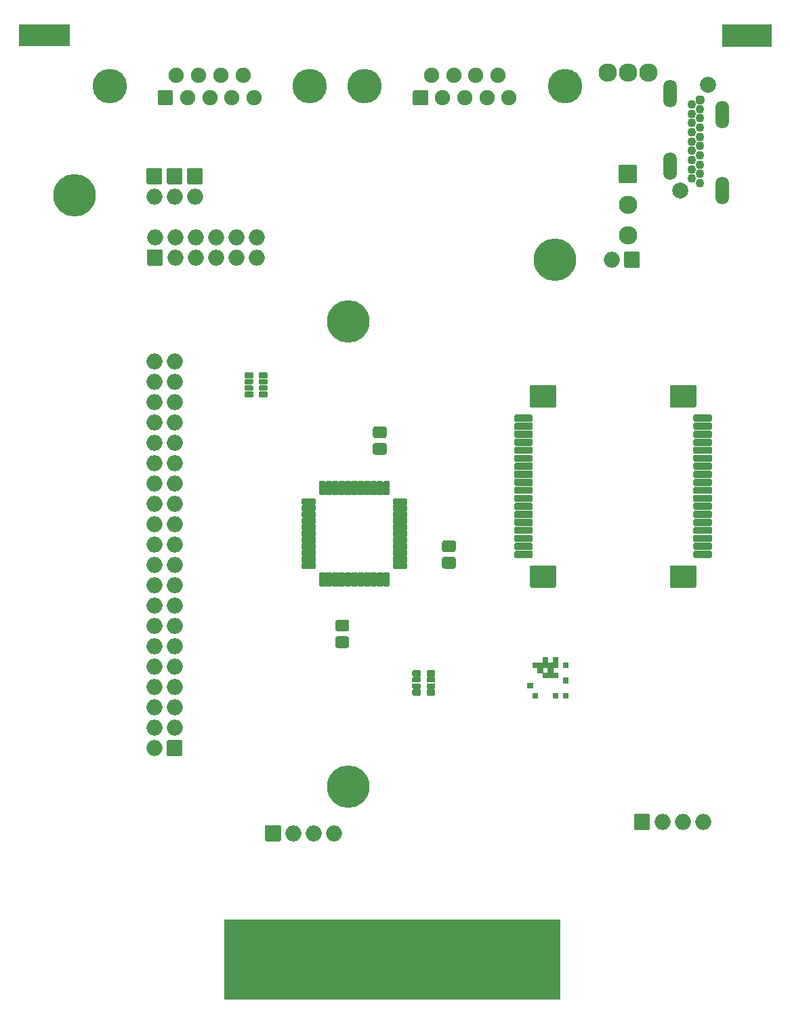
<source format=gbr>
%TF.GenerationSoftware,KiCad,Pcbnew,(5.1.12)-1*%
%TF.CreationDate,2022-03-08T20:35:16+00:00*%
%TF.ProjectId,RGBtoHDMI CDTV v2,52474274-6f48-4444-9d49-204344545620,1*%
%TF.SameCoordinates,Original*%
%TF.FileFunction,Soldermask,Top*%
%TF.FilePolarity,Negative*%
%FSLAX46Y46*%
G04 Gerber Fmt 4.6, Leading zero omitted, Abs format (unit mm)*
G04 Created by KiCad (PCBNEW (5.1.12)-1) date 2022-03-08 20:35:16*
%MOMM*%
%LPD*%
G01*
G04 APERTURE LIST*
%ADD10C,0.100000*%
%ADD11O,2.000000X2.000000*%
%ADD12C,2.300000*%
%ADD13C,1.900000*%
%ADD14C,4.300000*%
%ADD15O,1.700000X3.500000*%
%ADD16C,1.100000*%
%ADD17C,2.000000*%
%ADD18C,5.300000*%
G04 APERTURE END LIST*
D10*
G36*
X116713000Y-159258000D02*
G01*
X74803000Y-159258000D01*
X74803000Y-149352000D01*
X116713000Y-149352000D01*
X116713000Y-159258000D01*
G37*
X116713000Y-159258000D02*
X74803000Y-159258000D01*
X74803000Y-149352000D01*
X116713000Y-149352000D01*
X116713000Y-159258000D01*
G36*
X143129000Y-40259000D02*
G01*
X137033000Y-40259000D01*
X137033000Y-37592000D01*
X143129000Y-37592000D01*
X143129000Y-40259000D01*
G37*
X143129000Y-40259000D02*
X137033000Y-40259000D01*
X137033000Y-37592000D01*
X143129000Y-37592000D01*
X143129000Y-40259000D01*
G36*
X55372000Y-40233600D02*
G01*
X49174400Y-40233600D01*
X49174400Y-37566600D01*
X55372000Y-37566600D01*
X55372000Y-40233600D01*
G37*
X55372000Y-40233600D02*
X49174400Y-40233600D01*
X49174400Y-37566600D01*
X55372000Y-37566600D01*
X55372000Y-40233600D01*
%TO.C,solarmon1*%
G36*
X115824000Y-118491000D02*
G01*
X115189000Y-118491000D01*
X115189000Y-117856000D01*
X115824000Y-117856000D01*
X115824000Y-118491000D01*
G37*
X115824000Y-118491000D02*
X115189000Y-118491000D01*
X115189000Y-117856000D01*
X115824000Y-117856000D01*
X115824000Y-118491000D01*
G36*
X115824000Y-119126000D02*
G01*
X115189000Y-119126000D01*
X115189000Y-118491000D01*
X115824000Y-118491000D01*
X115824000Y-119126000D01*
G37*
X115824000Y-119126000D02*
X115189000Y-119126000D01*
X115189000Y-118491000D01*
X115824000Y-118491000D01*
X115824000Y-119126000D01*
G36*
X116459000Y-119126000D02*
G01*
X115824000Y-119126000D01*
X115824000Y-118491000D01*
X116459000Y-118491000D01*
X116459000Y-119126000D01*
G37*
X116459000Y-119126000D02*
X115824000Y-119126000D01*
X115824000Y-118491000D01*
X116459000Y-118491000D01*
X116459000Y-119126000D01*
G36*
X115189000Y-119126000D02*
G01*
X114554000Y-119126000D01*
X114554000Y-118491000D01*
X115189000Y-118491000D01*
X115189000Y-119126000D01*
G37*
X115189000Y-119126000D02*
X114554000Y-119126000D01*
X114554000Y-118491000D01*
X115189000Y-118491000D01*
X115189000Y-119126000D01*
G36*
X114554000Y-118491000D02*
G01*
X113919000Y-118491000D01*
X113919000Y-117856000D01*
X114554000Y-117856000D01*
X114554000Y-118491000D01*
G37*
X114554000Y-118491000D02*
X113919000Y-118491000D01*
X113919000Y-117856000D01*
X114554000Y-117856000D01*
X114554000Y-118491000D01*
G36*
X117729000Y-117856000D02*
G01*
X117094000Y-117856000D01*
X117094000Y-117221000D01*
X117729000Y-117221000D01*
X117729000Y-117856000D01*
G37*
X117729000Y-117856000D02*
X117094000Y-117856000D01*
X117094000Y-117221000D01*
X117729000Y-117221000D01*
X117729000Y-117856000D01*
G36*
X117729000Y-121666000D02*
G01*
X117094000Y-121666000D01*
X117094000Y-121031000D01*
X117729000Y-121031000D01*
X117729000Y-121666000D01*
G37*
X117729000Y-121666000D02*
X117094000Y-121666000D01*
X117094000Y-121031000D01*
X117729000Y-121031000D01*
X117729000Y-121666000D01*
G36*
X116459000Y-117221000D02*
G01*
X115824000Y-117221000D01*
X115824000Y-116586000D01*
X116459000Y-116586000D01*
X116459000Y-117221000D01*
G37*
X116459000Y-117221000D02*
X115824000Y-117221000D01*
X115824000Y-116586000D01*
X116459000Y-116586000D01*
X116459000Y-117221000D01*
G36*
X116459000Y-117856000D02*
G01*
X115824000Y-117856000D01*
X115824000Y-117221000D01*
X116459000Y-117221000D01*
X116459000Y-117856000D01*
G37*
X116459000Y-117856000D02*
X115824000Y-117856000D01*
X115824000Y-117221000D01*
X116459000Y-117221000D01*
X116459000Y-117856000D01*
G36*
X115824000Y-117856000D02*
G01*
X115189000Y-117856000D01*
X115189000Y-117221000D01*
X115824000Y-117221000D01*
X115824000Y-117856000D01*
G37*
X115824000Y-117856000D02*
X115189000Y-117856000D01*
X115189000Y-117221000D01*
X115824000Y-117221000D01*
X115824000Y-117856000D01*
G36*
X115189000Y-117856000D02*
G01*
X114554000Y-117856000D01*
X114554000Y-117221000D01*
X115189000Y-117221000D01*
X115189000Y-117856000D01*
G37*
X115189000Y-117856000D02*
X114554000Y-117856000D01*
X114554000Y-117221000D01*
X115189000Y-117221000D01*
X115189000Y-117856000D01*
G36*
X115189000Y-117221000D02*
G01*
X114554000Y-117221000D01*
X114554000Y-116586000D01*
X115189000Y-116586000D01*
X115189000Y-117221000D01*
G37*
X115189000Y-117221000D02*
X114554000Y-117221000D01*
X114554000Y-116586000D01*
X115189000Y-116586000D01*
X115189000Y-117221000D01*
G36*
X114554000Y-117856000D02*
G01*
X113919000Y-117856000D01*
X113919000Y-117221000D01*
X114554000Y-117221000D01*
X114554000Y-117856000D01*
G37*
X114554000Y-117856000D02*
X113919000Y-117856000D01*
X113919000Y-117221000D01*
X114554000Y-117221000D01*
X114554000Y-117856000D01*
G36*
X113919000Y-117856000D02*
G01*
X113284000Y-117856000D01*
X113284000Y-117221000D01*
X113919000Y-117221000D01*
X113919000Y-117856000D01*
G37*
X113919000Y-117856000D02*
X113284000Y-117856000D01*
X113284000Y-117221000D01*
X113919000Y-117221000D01*
X113919000Y-117856000D01*
G36*
X113284000Y-120396000D02*
G01*
X112649000Y-120396000D01*
X112649000Y-119761000D01*
X113284000Y-119761000D01*
X113284000Y-120396000D01*
G37*
X113284000Y-120396000D02*
X112649000Y-120396000D01*
X112649000Y-119761000D01*
X113284000Y-119761000D01*
X113284000Y-120396000D01*
G36*
X113919000Y-121666000D02*
G01*
X113284000Y-121666000D01*
X113284000Y-121031000D01*
X113919000Y-121031000D01*
X113919000Y-121666000D01*
G37*
X113919000Y-121666000D02*
X113284000Y-121666000D01*
X113284000Y-121031000D01*
X113919000Y-121031000D01*
X113919000Y-121666000D01*
G36*
X116459000Y-121666000D02*
G01*
X115824000Y-121666000D01*
X115824000Y-121031000D01*
X116459000Y-121031000D01*
X116459000Y-121666000D01*
G37*
X116459000Y-121666000D02*
X115824000Y-121666000D01*
X115824000Y-121031000D01*
X116459000Y-121031000D01*
X116459000Y-121666000D01*
G36*
X117729000Y-119761000D02*
G01*
X117094000Y-119761000D01*
X117094000Y-119126000D01*
X117729000Y-119126000D01*
X117729000Y-119761000D01*
G37*
X117729000Y-119761000D02*
X117094000Y-119761000D01*
X117094000Y-119126000D01*
X117729000Y-119126000D01*
X117729000Y-119761000D01*
%TD*%
D11*
%TO.C,P1*%
X88519000Y-138557000D03*
X85979000Y-138557000D03*
X83439000Y-138557000D03*
G36*
G01*
X81749000Y-139557000D02*
X80049000Y-139557000D01*
G75*
G02*
X79899000Y-139407000I0J150000D01*
G01*
X79899000Y-137707000D01*
G75*
G02*
X80049000Y-137557000I150000J0D01*
G01*
X81749000Y-137557000D01*
G75*
G02*
X81899000Y-137707000I0J-150000D01*
G01*
X81899000Y-139407000D01*
G75*
G02*
X81749000Y-139557000I-150000J0D01*
G01*
G37*
%TD*%
%TO.C,RN2*%
G36*
G01*
X100070400Y-121236400D02*
X100070400Y-120736400D01*
G75*
G02*
X100220400Y-120586400I150000J0D01*
G01*
X101020400Y-120586400D01*
G75*
G02*
X101170400Y-120736400I0J-150000D01*
G01*
X101170400Y-121236400D01*
G75*
G02*
X101020400Y-121386400I-150000J0D01*
G01*
X100220400Y-121386400D01*
G75*
G02*
X100070400Y-121236400I0J150000D01*
G01*
G37*
G36*
G01*
X100070400Y-120386400D02*
X100070400Y-119986400D01*
G75*
G02*
X100220400Y-119836400I150000J0D01*
G01*
X101020400Y-119836400D01*
G75*
G02*
X101170400Y-119986400I0J-150000D01*
G01*
X101170400Y-120386400D01*
G75*
G02*
X101020400Y-120536400I-150000J0D01*
G01*
X100220400Y-120536400D01*
G75*
G02*
X100070400Y-120386400I0J150000D01*
G01*
G37*
G36*
G01*
X100070400Y-118836400D02*
X100070400Y-118336400D01*
G75*
G02*
X100220400Y-118186400I150000J0D01*
G01*
X101020400Y-118186400D01*
G75*
G02*
X101170400Y-118336400I0J-150000D01*
G01*
X101170400Y-118836400D01*
G75*
G02*
X101020400Y-118986400I-150000J0D01*
G01*
X100220400Y-118986400D01*
G75*
G02*
X100070400Y-118836400I0J150000D01*
G01*
G37*
G36*
G01*
X100070400Y-119586400D02*
X100070400Y-119186400D01*
G75*
G02*
X100220400Y-119036400I150000J0D01*
G01*
X101020400Y-119036400D01*
G75*
G02*
X101170400Y-119186400I0J-150000D01*
G01*
X101170400Y-119586400D01*
G75*
G02*
X101020400Y-119736400I-150000J0D01*
G01*
X100220400Y-119736400D01*
G75*
G02*
X100070400Y-119586400I0J150000D01*
G01*
G37*
G36*
G01*
X98270400Y-121236400D02*
X98270400Y-120736400D01*
G75*
G02*
X98420400Y-120586400I150000J0D01*
G01*
X99220400Y-120586400D01*
G75*
G02*
X99370400Y-120736400I0J-150000D01*
G01*
X99370400Y-121236400D01*
G75*
G02*
X99220400Y-121386400I-150000J0D01*
G01*
X98420400Y-121386400D01*
G75*
G02*
X98270400Y-121236400I0J150000D01*
G01*
G37*
G36*
G01*
X98270400Y-119586400D02*
X98270400Y-119186400D01*
G75*
G02*
X98420400Y-119036400I150000J0D01*
G01*
X99220400Y-119036400D01*
G75*
G02*
X99370400Y-119186400I0J-150000D01*
G01*
X99370400Y-119586400D01*
G75*
G02*
X99220400Y-119736400I-150000J0D01*
G01*
X98420400Y-119736400D01*
G75*
G02*
X98270400Y-119586400I0J150000D01*
G01*
G37*
G36*
G01*
X98270400Y-120386400D02*
X98270400Y-119986400D01*
G75*
G02*
X98420400Y-119836400I150000J0D01*
G01*
X99220400Y-119836400D01*
G75*
G02*
X99370400Y-119986400I0J-150000D01*
G01*
X99370400Y-120386400D01*
G75*
G02*
X99220400Y-120536400I-150000J0D01*
G01*
X98420400Y-120536400D01*
G75*
G02*
X98270400Y-120386400I0J150000D01*
G01*
G37*
G36*
G01*
X98270400Y-118836400D02*
X98270400Y-118336400D01*
G75*
G02*
X98420400Y-118186400I150000J0D01*
G01*
X99220400Y-118186400D01*
G75*
G02*
X99370400Y-118336400I0J-150000D01*
G01*
X99370400Y-118836400D01*
G75*
G02*
X99220400Y-118986400I-150000J0D01*
G01*
X98420400Y-118986400D01*
G75*
G02*
X98270400Y-118836400I0J150000D01*
G01*
G37*
%TD*%
%TO.C,RN1*%
G36*
G01*
X79115400Y-84025400D02*
X79115400Y-83525400D01*
G75*
G02*
X79265400Y-83375400I150000J0D01*
G01*
X80065400Y-83375400D01*
G75*
G02*
X80215400Y-83525400I0J-150000D01*
G01*
X80215400Y-84025400D01*
G75*
G02*
X80065400Y-84175400I-150000J0D01*
G01*
X79265400Y-84175400D01*
G75*
G02*
X79115400Y-84025400I0J150000D01*
G01*
G37*
G36*
G01*
X79115400Y-83175400D02*
X79115400Y-82775400D01*
G75*
G02*
X79265400Y-82625400I150000J0D01*
G01*
X80065400Y-82625400D01*
G75*
G02*
X80215400Y-82775400I0J-150000D01*
G01*
X80215400Y-83175400D01*
G75*
G02*
X80065400Y-83325400I-150000J0D01*
G01*
X79265400Y-83325400D01*
G75*
G02*
X79115400Y-83175400I0J150000D01*
G01*
G37*
G36*
G01*
X79115400Y-81625400D02*
X79115400Y-81125400D01*
G75*
G02*
X79265400Y-80975400I150000J0D01*
G01*
X80065400Y-80975400D01*
G75*
G02*
X80215400Y-81125400I0J-150000D01*
G01*
X80215400Y-81625400D01*
G75*
G02*
X80065400Y-81775400I-150000J0D01*
G01*
X79265400Y-81775400D01*
G75*
G02*
X79115400Y-81625400I0J150000D01*
G01*
G37*
G36*
G01*
X79115400Y-82375400D02*
X79115400Y-81975400D01*
G75*
G02*
X79265400Y-81825400I150000J0D01*
G01*
X80065400Y-81825400D01*
G75*
G02*
X80215400Y-81975400I0J-150000D01*
G01*
X80215400Y-82375400D01*
G75*
G02*
X80065400Y-82525400I-150000J0D01*
G01*
X79265400Y-82525400D01*
G75*
G02*
X79115400Y-82375400I0J150000D01*
G01*
G37*
G36*
G01*
X77315400Y-84025400D02*
X77315400Y-83525400D01*
G75*
G02*
X77465400Y-83375400I150000J0D01*
G01*
X78265400Y-83375400D01*
G75*
G02*
X78415400Y-83525400I0J-150000D01*
G01*
X78415400Y-84025400D01*
G75*
G02*
X78265400Y-84175400I-150000J0D01*
G01*
X77465400Y-84175400D01*
G75*
G02*
X77315400Y-84025400I0J150000D01*
G01*
G37*
G36*
G01*
X77315400Y-82375400D02*
X77315400Y-81975400D01*
G75*
G02*
X77465400Y-81825400I150000J0D01*
G01*
X78265400Y-81825400D01*
G75*
G02*
X78415400Y-81975400I0J-150000D01*
G01*
X78415400Y-82375400D01*
G75*
G02*
X78265400Y-82525400I-150000J0D01*
G01*
X77465400Y-82525400D01*
G75*
G02*
X77315400Y-82375400I0J150000D01*
G01*
G37*
G36*
G01*
X77315400Y-83175400D02*
X77315400Y-82775400D01*
G75*
G02*
X77465400Y-82625400I150000J0D01*
G01*
X78265400Y-82625400D01*
G75*
G02*
X78415400Y-82775400I0J-150000D01*
G01*
X78415400Y-83175400D01*
G75*
G02*
X78265400Y-83325400I-150000J0D01*
G01*
X77465400Y-83325400D01*
G75*
G02*
X77315400Y-83175400I0J150000D01*
G01*
G37*
G36*
G01*
X77315400Y-81625400D02*
X77315400Y-81125400D01*
G75*
G02*
X77465400Y-80975400I150000J0D01*
G01*
X78265400Y-80975400D01*
G75*
G02*
X78415400Y-81125400I0J-150000D01*
G01*
X78415400Y-81625400D01*
G75*
G02*
X78265400Y-81775400I-150000J0D01*
G01*
X77465400Y-81775400D01*
G75*
G02*
X77315400Y-81625400I0J150000D01*
G01*
G37*
%TD*%
%TO.C,CN10*%
G36*
G01*
X87343600Y-157178000D02*
X87343600Y-151178000D01*
G75*
G02*
X88493600Y-150028000I1150000J0D01*
G01*
X88493600Y-150028000D01*
G75*
G02*
X89643600Y-151178000I0J-1150000D01*
G01*
X89643600Y-157178000D01*
G75*
G02*
X88493600Y-158328000I-1150000J0D01*
G01*
X88493600Y-158328000D01*
G75*
G02*
X87343600Y-157178000I0J1150000D01*
G01*
G37*
G36*
G01*
X84829000Y-157178000D02*
X84829000Y-151178000D01*
G75*
G02*
X85979000Y-150028000I1150000J0D01*
G01*
X85979000Y-150028000D01*
G75*
G02*
X87129000Y-151178000I0J-1150000D01*
G01*
X87129000Y-157178000D01*
G75*
G02*
X85979000Y-158328000I-1150000J0D01*
G01*
X85979000Y-158328000D01*
G75*
G02*
X84829000Y-157178000I0J1150000D01*
G01*
G37*
G36*
G01*
X89909000Y-157178000D02*
X89909000Y-151178000D01*
G75*
G02*
X91059000Y-150028000I1150000J0D01*
G01*
X91059000Y-150028000D01*
G75*
G02*
X92209000Y-151178000I0J-1150000D01*
G01*
X92209000Y-157178000D01*
G75*
G02*
X91059000Y-158328000I-1150000J0D01*
G01*
X91059000Y-158328000D01*
G75*
G02*
X89909000Y-157178000I0J1150000D01*
G01*
G37*
G36*
G01*
X92449000Y-157178000D02*
X92449000Y-151178000D01*
G75*
G02*
X93599000Y-150028000I1150000J0D01*
G01*
X93599000Y-150028000D01*
G75*
G02*
X94749000Y-151178000I0J-1150000D01*
G01*
X94749000Y-157178000D01*
G75*
G02*
X93599000Y-158328000I-1150000J0D01*
G01*
X93599000Y-158328000D01*
G75*
G02*
X92449000Y-157178000I0J1150000D01*
G01*
G37*
G36*
G01*
X79749000Y-157178000D02*
X79749000Y-151178000D01*
G75*
G02*
X80899000Y-150028000I1150000J0D01*
G01*
X80899000Y-150028000D01*
G75*
G02*
X82049000Y-151178000I0J-1150000D01*
G01*
X82049000Y-157178000D01*
G75*
G02*
X80899000Y-158328000I-1150000J0D01*
G01*
X80899000Y-158328000D01*
G75*
G02*
X79749000Y-157178000I0J1150000D01*
G01*
G37*
G36*
G01*
X77209000Y-157178000D02*
X77209000Y-151178000D01*
G75*
G02*
X78359000Y-150028000I1150000J0D01*
G01*
X78359000Y-150028000D01*
G75*
G02*
X79509000Y-151178000I0J-1150000D01*
G01*
X79509000Y-157178000D01*
G75*
G02*
X78359000Y-158328000I-1150000J0D01*
G01*
X78359000Y-158328000D01*
G75*
G02*
X77209000Y-157178000I0J1150000D01*
G01*
G37*
G36*
G01*
X82314400Y-157178000D02*
X82314400Y-151178000D01*
G75*
G02*
X83464400Y-150028000I1150000J0D01*
G01*
X83464400Y-150028000D01*
G75*
G02*
X84614400Y-151178000I0J-1150000D01*
G01*
X84614400Y-157178000D01*
G75*
G02*
X83464400Y-158328000I-1150000J0D01*
G01*
X83464400Y-158328000D01*
G75*
G02*
X82314400Y-157178000I0J1150000D01*
G01*
G37*
G36*
G01*
X97529000Y-157178000D02*
X97529000Y-151178000D01*
G75*
G02*
X98679000Y-150028000I1150000J0D01*
G01*
X98679000Y-150028000D01*
G75*
G02*
X99829000Y-151178000I0J-1150000D01*
G01*
X99829000Y-157178000D01*
G75*
G02*
X98679000Y-158328000I-1150000J0D01*
G01*
X98679000Y-158328000D01*
G75*
G02*
X97529000Y-157178000I0J1150000D01*
G01*
G37*
G36*
G01*
X94963600Y-157178000D02*
X94963600Y-151178000D01*
G75*
G02*
X96113600Y-150028000I1150000J0D01*
G01*
X96113600Y-150028000D01*
G75*
G02*
X97263600Y-151178000I0J-1150000D01*
G01*
X97263600Y-157178000D01*
G75*
G02*
X96113600Y-158328000I-1150000J0D01*
G01*
X96113600Y-158328000D01*
G75*
G02*
X94963600Y-157178000I0J1150000D01*
G01*
G37*
G36*
G01*
X100069000Y-157178000D02*
X100069000Y-151178000D01*
G75*
G02*
X101219000Y-150028000I1150000J0D01*
G01*
X101219000Y-150028000D01*
G75*
G02*
X102369000Y-151178000I0J-1150000D01*
G01*
X102369000Y-157178000D01*
G75*
G02*
X101219000Y-158328000I-1150000J0D01*
G01*
X101219000Y-158328000D01*
G75*
G02*
X100069000Y-157178000I0J1150000D01*
G01*
G37*
G36*
G01*
X102609000Y-157178000D02*
X102609000Y-151178000D01*
G75*
G02*
X103759000Y-150028000I1150000J0D01*
G01*
X103759000Y-150028000D01*
G75*
G02*
X104909000Y-151178000I0J-1150000D01*
G01*
X104909000Y-157178000D01*
G75*
G02*
X103759000Y-158328000I-1150000J0D01*
G01*
X103759000Y-158328000D01*
G75*
G02*
X102609000Y-157178000I0J1150000D01*
G01*
G37*
G36*
G01*
X105149000Y-157178000D02*
X105149000Y-151178000D01*
G75*
G02*
X106299000Y-150028000I1150000J0D01*
G01*
X106299000Y-150028000D01*
G75*
G02*
X107449000Y-151178000I0J-1150000D01*
G01*
X107449000Y-157178000D01*
G75*
G02*
X106299000Y-158328000I-1150000J0D01*
G01*
X106299000Y-158328000D01*
G75*
G02*
X105149000Y-157178000I0J1150000D01*
G01*
G37*
G36*
G01*
X107689000Y-157178000D02*
X107689000Y-151178000D01*
G75*
G02*
X108839000Y-150028000I1150000J0D01*
G01*
X108839000Y-150028000D01*
G75*
G02*
X109989000Y-151178000I0J-1150000D01*
G01*
X109989000Y-157178000D01*
G75*
G02*
X108839000Y-158328000I-1150000J0D01*
G01*
X108839000Y-158328000D01*
G75*
G02*
X107689000Y-157178000I0J1150000D01*
G01*
G37*
G36*
G01*
X110229000Y-157178000D02*
X110229000Y-151178000D01*
G75*
G02*
X111379000Y-150028000I1150000J0D01*
G01*
X111379000Y-150028000D01*
G75*
G02*
X112529000Y-151178000I0J-1150000D01*
G01*
X112529000Y-157178000D01*
G75*
G02*
X111379000Y-158328000I-1150000J0D01*
G01*
X111379000Y-158328000D01*
G75*
G02*
X110229000Y-157178000I0J1150000D01*
G01*
G37*
G36*
G01*
X112769000Y-157178000D02*
X112769000Y-151178000D01*
G75*
G02*
X113919000Y-150028000I1150000J0D01*
G01*
X113919000Y-150028000D01*
G75*
G02*
X115069000Y-151178000I0J-1150000D01*
G01*
X115069000Y-157178000D01*
G75*
G02*
X113919000Y-158328000I-1150000J0D01*
G01*
X113919000Y-158328000D01*
G75*
G02*
X112769000Y-157178000I0J1150000D01*
G01*
G37*
%TD*%
%TO.C,A1*%
X134620000Y-137160000D03*
X132080000Y-137160000D03*
X129540000Y-137160000D03*
G36*
G01*
X127850000Y-138160000D02*
X126150000Y-138160000D01*
G75*
G02*
X126000000Y-138010000I0J150000D01*
G01*
X126000000Y-136310000D01*
G75*
G02*
X126150000Y-136160000I150000J0D01*
G01*
X127850000Y-136160000D01*
G75*
G02*
X128000000Y-136310000I0J-150000D01*
G01*
X128000000Y-138010000D01*
G75*
G02*
X127850000Y-138160000I-150000J0D01*
G01*
G37*
%TD*%
%TO.C,JP15*%
X123190000Y-66929000D03*
G36*
G01*
X124880000Y-65929000D02*
X126580000Y-65929000D01*
G75*
G02*
X126730000Y-66079000I0J-150000D01*
G01*
X126730000Y-67779000D01*
G75*
G02*
X126580000Y-67929000I-150000J0D01*
G01*
X124880000Y-67929000D01*
G75*
G02*
X124730000Y-67779000I0J150000D01*
G01*
X124730000Y-66079000D01*
G75*
G02*
X124880000Y-65929000I150000J0D01*
G01*
G37*
%TD*%
%TO.C,TS1*%
G36*
G01*
X124222000Y-55111000D02*
X126222000Y-55111000D01*
G75*
G02*
X126372000Y-55261000I0J-150000D01*
G01*
X126372000Y-57261000D01*
G75*
G02*
X126222000Y-57411000I-150000J0D01*
G01*
X124222000Y-57411000D01*
G75*
G02*
X124072000Y-57261000I0J150000D01*
G01*
X124072000Y-55261000D01*
G75*
G02*
X124222000Y-55111000I150000J0D01*
G01*
G37*
D12*
X125222000Y-60071000D03*
X125222000Y-63881000D03*
X122682000Y-43561000D03*
X127762000Y-43561000D03*
X125222000Y-43561000D03*
%TD*%
%TO.C,PORT2*%
G36*
G01*
X66487000Y-47536000D02*
X66487000Y-45936000D01*
G75*
G02*
X66637000Y-45786000I150000J0D01*
G01*
X68237000Y-45786000D01*
G75*
G02*
X68387000Y-45936000I0J-150000D01*
G01*
X68387000Y-47536000D01*
G75*
G02*
X68237000Y-47686000I-150000J0D01*
G01*
X66637000Y-47686000D01*
G75*
G02*
X66487000Y-47536000I0J150000D01*
G01*
G37*
D13*
X70207000Y-46736000D03*
X72977000Y-46736000D03*
X75747000Y-46736000D03*
X78517000Y-46736000D03*
X68822000Y-43896000D03*
X71592000Y-43896000D03*
X74362000Y-43896000D03*
X77132000Y-43896000D03*
D14*
X60477000Y-45316000D03*
X85477000Y-45316000D03*
%TD*%
%TO.C,PORT1*%
X117354000Y-45316000D03*
X92354000Y-45316000D03*
D13*
X109009000Y-43896000D03*
X106239000Y-43896000D03*
X103469000Y-43896000D03*
X100699000Y-43896000D03*
X110394000Y-46736000D03*
X107624000Y-46736000D03*
X104854000Y-46736000D03*
X102084000Y-46736000D03*
G36*
G01*
X98364000Y-47536000D02*
X98364000Y-45936000D01*
G75*
G02*
X98514000Y-45786000I150000J0D01*
G01*
X100114000Y-45786000D01*
G75*
G02*
X100264000Y-45936000I0J-150000D01*
G01*
X100264000Y-47536000D01*
G75*
G02*
X100114000Y-47686000I-150000J0D01*
G01*
X98514000Y-47686000D01*
G75*
G02*
X98364000Y-47536000I0J150000D01*
G01*
G37*
%TD*%
%TO.C,FFC1*%
G36*
G01*
X116136000Y-107900000D02*
X113136000Y-107900000D01*
G75*
G02*
X112986000Y-107750000I0J150000D01*
G01*
X112986000Y-105250000D01*
G75*
G02*
X113136000Y-105100000I150000J0D01*
G01*
X116136000Y-105100000D01*
G75*
G02*
X116286000Y-105250000I0J-150000D01*
G01*
X116286000Y-107750000D01*
G75*
G02*
X116136000Y-107900000I-150000J0D01*
G01*
G37*
G36*
G01*
X116136000Y-85400000D02*
X113136000Y-85400000D01*
G75*
G02*
X112986000Y-85250000I0J150000D01*
G01*
X112986000Y-82750000D01*
G75*
G02*
X113136000Y-82600000I150000J0D01*
G01*
X116136000Y-82600000D01*
G75*
G02*
X116286000Y-82750000I0J-150000D01*
G01*
X116286000Y-85250000D01*
G75*
G02*
X116136000Y-85400000I-150000J0D01*
G01*
G37*
G36*
G01*
X113186000Y-87200000D02*
X111186000Y-87200000D01*
G75*
G02*
X111036000Y-87050000I0J150000D01*
G01*
X111036000Y-86450000D01*
G75*
G02*
X111186000Y-86300000I150000J0D01*
G01*
X113186000Y-86300000D01*
G75*
G02*
X113336000Y-86450000I0J-150000D01*
G01*
X113336000Y-87050000D01*
G75*
G02*
X113186000Y-87200000I-150000J0D01*
G01*
G37*
G36*
G01*
X113186000Y-88200000D02*
X111186000Y-88200000D01*
G75*
G02*
X111036000Y-88050000I0J150000D01*
G01*
X111036000Y-87450000D01*
G75*
G02*
X111186000Y-87300000I150000J0D01*
G01*
X113186000Y-87300000D01*
G75*
G02*
X113336000Y-87450000I0J-150000D01*
G01*
X113336000Y-88050000D01*
G75*
G02*
X113186000Y-88200000I-150000J0D01*
G01*
G37*
G36*
G01*
X113186000Y-89200000D02*
X111186000Y-89200000D01*
G75*
G02*
X111036000Y-89050000I0J150000D01*
G01*
X111036000Y-88450000D01*
G75*
G02*
X111186000Y-88300000I150000J0D01*
G01*
X113186000Y-88300000D01*
G75*
G02*
X113336000Y-88450000I0J-150000D01*
G01*
X113336000Y-89050000D01*
G75*
G02*
X113186000Y-89200000I-150000J0D01*
G01*
G37*
G36*
G01*
X113186000Y-90200000D02*
X111186000Y-90200000D01*
G75*
G02*
X111036000Y-90050000I0J150000D01*
G01*
X111036000Y-89450000D01*
G75*
G02*
X111186000Y-89300000I150000J0D01*
G01*
X113186000Y-89300000D01*
G75*
G02*
X113336000Y-89450000I0J-150000D01*
G01*
X113336000Y-90050000D01*
G75*
G02*
X113186000Y-90200000I-150000J0D01*
G01*
G37*
G36*
G01*
X113186000Y-91200000D02*
X111186000Y-91200000D01*
G75*
G02*
X111036000Y-91050000I0J150000D01*
G01*
X111036000Y-90450000D01*
G75*
G02*
X111186000Y-90300000I150000J0D01*
G01*
X113186000Y-90300000D01*
G75*
G02*
X113336000Y-90450000I0J-150000D01*
G01*
X113336000Y-91050000D01*
G75*
G02*
X113186000Y-91200000I-150000J0D01*
G01*
G37*
G36*
G01*
X113186000Y-92200000D02*
X111186000Y-92200000D01*
G75*
G02*
X111036000Y-92050000I0J150000D01*
G01*
X111036000Y-91450000D01*
G75*
G02*
X111186000Y-91300000I150000J0D01*
G01*
X113186000Y-91300000D01*
G75*
G02*
X113336000Y-91450000I0J-150000D01*
G01*
X113336000Y-92050000D01*
G75*
G02*
X113186000Y-92200000I-150000J0D01*
G01*
G37*
G36*
G01*
X113186000Y-93200000D02*
X111186000Y-93200000D01*
G75*
G02*
X111036000Y-93050000I0J150000D01*
G01*
X111036000Y-92450000D01*
G75*
G02*
X111186000Y-92300000I150000J0D01*
G01*
X113186000Y-92300000D01*
G75*
G02*
X113336000Y-92450000I0J-150000D01*
G01*
X113336000Y-93050000D01*
G75*
G02*
X113186000Y-93200000I-150000J0D01*
G01*
G37*
G36*
G01*
X113186000Y-94200000D02*
X111186000Y-94200000D01*
G75*
G02*
X111036000Y-94050000I0J150000D01*
G01*
X111036000Y-93450000D01*
G75*
G02*
X111186000Y-93300000I150000J0D01*
G01*
X113186000Y-93300000D01*
G75*
G02*
X113336000Y-93450000I0J-150000D01*
G01*
X113336000Y-94050000D01*
G75*
G02*
X113186000Y-94200000I-150000J0D01*
G01*
G37*
G36*
G01*
X113186000Y-95200000D02*
X111186000Y-95200000D01*
G75*
G02*
X111036000Y-95050000I0J150000D01*
G01*
X111036000Y-94450000D01*
G75*
G02*
X111186000Y-94300000I150000J0D01*
G01*
X113186000Y-94300000D01*
G75*
G02*
X113336000Y-94450000I0J-150000D01*
G01*
X113336000Y-95050000D01*
G75*
G02*
X113186000Y-95200000I-150000J0D01*
G01*
G37*
G36*
G01*
X113186000Y-96200000D02*
X111186000Y-96200000D01*
G75*
G02*
X111036000Y-96050000I0J150000D01*
G01*
X111036000Y-95450000D01*
G75*
G02*
X111186000Y-95300000I150000J0D01*
G01*
X113186000Y-95300000D01*
G75*
G02*
X113336000Y-95450000I0J-150000D01*
G01*
X113336000Y-96050000D01*
G75*
G02*
X113186000Y-96200000I-150000J0D01*
G01*
G37*
G36*
G01*
X113186000Y-97200000D02*
X111186000Y-97200000D01*
G75*
G02*
X111036000Y-97050000I0J150000D01*
G01*
X111036000Y-96450000D01*
G75*
G02*
X111186000Y-96300000I150000J0D01*
G01*
X113186000Y-96300000D01*
G75*
G02*
X113336000Y-96450000I0J-150000D01*
G01*
X113336000Y-97050000D01*
G75*
G02*
X113186000Y-97200000I-150000J0D01*
G01*
G37*
G36*
G01*
X113186000Y-98200000D02*
X111186000Y-98200000D01*
G75*
G02*
X111036000Y-98050000I0J150000D01*
G01*
X111036000Y-97450000D01*
G75*
G02*
X111186000Y-97300000I150000J0D01*
G01*
X113186000Y-97300000D01*
G75*
G02*
X113336000Y-97450000I0J-150000D01*
G01*
X113336000Y-98050000D01*
G75*
G02*
X113186000Y-98200000I-150000J0D01*
G01*
G37*
G36*
G01*
X113186000Y-99200000D02*
X111186000Y-99200000D01*
G75*
G02*
X111036000Y-99050000I0J150000D01*
G01*
X111036000Y-98450000D01*
G75*
G02*
X111186000Y-98300000I150000J0D01*
G01*
X113186000Y-98300000D01*
G75*
G02*
X113336000Y-98450000I0J-150000D01*
G01*
X113336000Y-99050000D01*
G75*
G02*
X113186000Y-99200000I-150000J0D01*
G01*
G37*
G36*
G01*
X113186000Y-100200000D02*
X111186000Y-100200000D01*
G75*
G02*
X111036000Y-100050000I0J150000D01*
G01*
X111036000Y-99450000D01*
G75*
G02*
X111186000Y-99300000I150000J0D01*
G01*
X113186000Y-99300000D01*
G75*
G02*
X113336000Y-99450000I0J-150000D01*
G01*
X113336000Y-100050000D01*
G75*
G02*
X113186000Y-100200000I-150000J0D01*
G01*
G37*
G36*
G01*
X113186000Y-101200000D02*
X111186000Y-101200000D01*
G75*
G02*
X111036000Y-101050000I0J150000D01*
G01*
X111036000Y-100450000D01*
G75*
G02*
X111186000Y-100300000I150000J0D01*
G01*
X113186000Y-100300000D01*
G75*
G02*
X113336000Y-100450000I0J-150000D01*
G01*
X113336000Y-101050000D01*
G75*
G02*
X113186000Y-101200000I-150000J0D01*
G01*
G37*
G36*
G01*
X113186000Y-102200000D02*
X111186000Y-102200000D01*
G75*
G02*
X111036000Y-102050000I0J150000D01*
G01*
X111036000Y-101450000D01*
G75*
G02*
X111186000Y-101300000I150000J0D01*
G01*
X113186000Y-101300000D01*
G75*
G02*
X113336000Y-101450000I0J-150000D01*
G01*
X113336000Y-102050000D01*
G75*
G02*
X113186000Y-102200000I-150000J0D01*
G01*
G37*
G36*
G01*
X113186000Y-103200000D02*
X111186000Y-103200000D01*
G75*
G02*
X111036000Y-103050000I0J150000D01*
G01*
X111036000Y-102450000D01*
G75*
G02*
X111186000Y-102300000I150000J0D01*
G01*
X113186000Y-102300000D01*
G75*
G02*
X113336000Y-102450000I0J-150000D01*
G01*
X113336000Y-103050000D01*
G75*
G02*
X113186000Y-103200000I-150000J0D01*
G01*
G37*
G36*
G01*
X113186000Y-104200000D02*
X111186000Y-104200000D01*
G75*
G02*
X111036000Y-104050000I0J150000D01*
G01*
X111036000Y-103450000D01*
G75*
G02*
X111186000Y-103300000I150000J0D01*
G01*
X113186000Y-103300000D01*
G75*
G02*
X113336000Y-103450000I0J-150000D01*
G01*
X113336000Y-104050000D01*
G75*
G02*
X113186000Y-104200000I-150000J0D01*
G01*
G37*
%TD*%
%TO.C,FFC2*%
G36*
G01*
X130625000Y-82600000D02*
X133625000Y-82600000D01*
G75*
G02*
X133775000Y-82750000I0J-150000D01*
G01*
X133775000Y-85250000D01*
G75*
G02*
X133625000Y-85400000I-150000J0D01*
G01*
X130625000Y-85400000D01*
G75*
G02*
X130475000Y-85250000I0J150000D01*
G01*
X130475000Y-82750000D01*
G75*
G02*
X130625000Y-82600000I150000J0D01*
G01*
G37*
G36*
G01*
X130625000Y-105100000D02*
X133625000Y-105100000D01*
G75*
G02*
X133775000Y-105250000I0J-150000D01*
G01*
X133775000Y-107750000D01*
G75*
G02*
X133625000Y-107900000I-150000J0D01*
G01*
X130625000Y-107900000D01*
G75*
G02*
X130475000Y-107750000I0J150000D01*
G01*
X130475000Y-105250000D01*
G75*
G02*
X130625000Y-105100000I150000J0D01*
G01*
G37*
G36*
G01*
X133575000Y-103300000D02*
X135575000Y-103300000D01*
G75*
G02*
X135725000Y-103450000I0J-150000D01*
G01*
X135725000Y-104050000D01*
G75*
G02*
X135575000Y-104200000I-150000J0D01*
G01*
X133575000Y-104200000D01*
G75*
G02*
X133425000Y-104050000I0J150000D01*
G01*
X133425000Y-103450000D01*
G75*
G02*
X133575000Y-103300000I150000J0D01*
G01*
G37*
G36*
G01*
X133575000Y-102300000D02*
X135575000Y-102300000D01*
G75*
G02*
X135725000Y-102450000I0J-150000D01*
G01*
X135725000Y-103050000D01*
G75*
G02*
X135575000Y-103200000I-150000J0D01*
G01*
X133575000Y-103200000D01*
G75*
G02*
X133425000Y-103050000I0J150000D01*
G01*
X133425000Y-102450000D01*
G75*
G02*
X133575000Y-102300000I150000J0D01*
G01*
G37*
G36*
G01*
X133575000Y-101300000D02*
X135575000Y-101300000D01*
G75*
G02*
X135725000Y-101450000I0J-150000D01*
G01*
X135725000Y-102050000D01*
G75*
G02*
X135575000Y-102200000I-150000J0D01*
G01*
X133575000Y-102200000D01*
G75*
G02*
X133425000Y-102050000I0J150000D01*
G01*
X133425000Y-101450000D01*
G75*
G02*
X133575000Y-101300000I150000J0D01*
G01*
G37*
G36*
G01*
X133575000Y-100300000D02*
X135575000Y-100300000D01*
G75*
G02*
X135725000Y-100450000I0J-150000D01*
G01*
X135725000Y-101050000D01*
G75*
G02*
X135575000Y-101200000I-150000J0D01*
G01*
X133575000Y-101200000D01*
G75*
G02*
X133425000Y-101050000I0J150000D01*
G01*
X133425000Y-100450000D01*
G75*
G02*
X133575000Y-100300000I150000J0D01*
G01*
G37*
G36*
G01*
X133575000Y-99300000D02*
X135575000Y-99300000D01*
G75*
G02*
X135725000Y-99450000I0J-150000D01*
G01*
X135725000Y-100050000D01*
G75*
G02*
X135575000Y-100200000I-150000J0D01*
G01*
X133575000Y-100200000D01*
G75*
G02*
X133425000Y-100050000I0J150000D01*
G01*
X133425000Y-99450000D01*
G75*
G02*
X133575000Y-99300000I150000J0D01*
G01*
G37*
G36*
G01*
X133575000Y-98300000D02*
X135575000Y-98300000D01*
G75*
G02*
X135725000Y-98450000I0J-150000D01*
G01*
X135725000Y-99050000D01*
G75*
G02*
X135575000Y-99200000I-150000J0D01*
G01*
X133575000Y-99200000D01*
G75*
G02*
X133425000Y-99050000I0J150000D01*
G01*
X133425000Y-98450000D01*
G75*
G02*
X133575000Y-98300000I150000J0D01*
G01*
G37*
G36*
G01*
X133575000Y-97300000D02*
X135575000Y-97300000D01*
G75*
G02*
X135725000Y-97450000I0J-150000D01*
G01*
X135725000Y-98050000D01*
G75*
G02*
X135575000Y-98200000I-150000J0D01*
G01*
X133575000Y-98200000D01*
G75*
G02*
X133425000Y-98050000I0J150000D01*
G01*
X133425000Y-97450000D01*
G75*
G02*
X133575000Y-97300000I150000J0D01*
G01*
G37*
G36*
G01*
X133575000Y-96300000D02*
X135575000Y-96300000D01*
G75*
G02*
X135725000Y-96450000I0J-150000D01*
G01*
X135725000Y-97050000D01*
G75*
G02*
X135575000Y-97200000I-150000J0D01*
G01*
X133575000Y-97200000D01*
G75*
G02*
X133425000Y-97050000I0J150000D01*
G01*
X133425000Y-96450000D01*
G75*
G02*
X133575000Y-96300000I150000J0D01*
G01*
G37*
G36*
G01*
X133575000Y-95300000D02*
X135575000Y-95300000D01*
G75*
G02*
X135725000Y-95450000I0J-150000D01*
G01*
X135725000Y-96050000D01*
G75*
G02*
X135575000Y-96200000I-150000J0D01*
G01*
X133575000Y-96200000D01*
G75*
G02*
X133425000Y-96050000I0J150000D01*
G01*
X133425000Y-95450000D01*
G75*
G02*
X133575000Y-95300000I150000J0D01*
G01*
G37*
G36*
G01*
X133575000Y-94300000D02*
X135575000Y-94300000D01*
G75*
G02*
X135725000Y-94450000I0J-150000D01*
G01*
X135725000Y-95050000D01*
G75*
G02*
X135575000Y-95200000I-150000J0D01*
G01*
X133575000Y-95200000D01*
G75*
G02*
X133425000Y-95050000I0J150000D01*
G01*
X133425000Y-94450000D01*
G75*
G02*
X133575000Y-94300000I150000J0D01*
G01*
G37*
G36*
G01*
X133575000Y-93300000D02*
X135575000Y-93300000D01*
G75*
G02*
X135725000Y-93450000I0J-150000D01*
G01*
X135725000Y-94050000D01*
G75*
G02*
X135575000Y-94200000I-150000J0D01*
G01*
X133575000Y-94200000D01*
G75*
G02*
X133425000Y-94050000I0J150000D01*
G01*
X133425000Y-93450000D01*
G75*
G02*
X133575000Y-93300000I150000J0D01*
G01*
G37*
G36*
G01*
X133575000Y-92300000D02*
X135575000Y-92300000D01*
G75*
G02*
X135725000Y-92450000I0J-150000D01*
G01*
X135725000Y-93050000D01*
G75*
G02*
X135575000Y-93200000I-150000J0D01*
G01*
X133575000Y-93200000D01*
G75*
G02*
X133425000Y-93050000I0J150000D01*
G01*
X133425000Y-92450000D01*
G75*
G02*
X133575000Y-92300000I150000J0D01*
G01*
G37*
G36*
G01*
X133575000Y-91300000D02*
X135575000Y-91300000D01*
G75*
G02*
X135725000Y-91450000I0J-150000D01*
G01*
X135725000Y-92050000D01*
G75*
G02*
X135575000Y-92200000I-150000J0D01*
G01*
X133575000Y-92200000D01*
G75*
G02*
X133425000Y-92050000I0J150000D01*
G01*
X133425000Y-91450000D01*
G75*
G02*
X133575000Y-91300000I150000J0D01*
G01*
G37*
G36*
G01*
X133575000Y-90300000D02*
X135575000Y-90300000D01*
G75*
G02*
X135725000Y-90450000I0J-150000D01*
G01*
X135725000Y-91050000D01*
G75*
G02*
X135575000Y-91200000I-150000J0D01*
G01*
X133575000Y-91200000D01*
G75*
G02*
X133425000Y-91050000I0J150000D01*
G01*
X133425000Y-90450000D01*
G75*
G02*
X133575000Y-90300000I150000J0D01*
G01*
G37*
G36*
G01*
X133575000Y-89300000D02*
X135575000Y-89300000D01*
G75*
G02*
X135725000Y-89450000I0J-150000D01*
G01*
X135725000Y-90050000D01*
G75*
G02*
X135575000Y-90200000I-150000J0D01*
G01*
X133575000Y-90200000D01*
G75*
G02*
X133425000Y-90050000I0J150000D01*
G01*
X133425000Y-89450000D01*
G75*
G02*
X133575000Y-89300000I150000J0D01*
G01*
G37*
G36*
G01*
X133575000Y-88300000D02*
X135575000Y-88300000D01*
G75*
G02*
X135725000Y-88450000I0J-150000D01*
G01*
X135725000Y-89050000D01*
G75*
G02*
X135575000Y-89200000I-150000J0D01*
G01*
X133575000Y-89200000D01*
G75*
G02*
X133425000Y-89050000I0J150000D01*
G01*
X133425000Y-88450000D01*
G75*
G02*
X133575000Y-88300000I150000J0D01*
G01*
G37*
G36*
G01*
X133575000Y-87300000D02*
X135575000Y-87300000D01*
G75*
G02*
X135725000Y-87450000I0J-150000D01*
G01*
X135725000Y-88050000D01*
G75*
G02*
X135575000Y-88200000I-150000J0D01*
G01*
X133575000Y-88200000D01*
G75*
G02*
X133425000Y-88050000I0J150000D01*
G01*
X133425000Y-87450000D01*
G75*
G02*
X133575000Y-87300000I150000J0D01*
G01*
G37*
G36*
G01*
X133575000Y-86300000D02*
X135575000Y-86300000D01*
G75*
G02*
X135725000Y-86450000I0J-150000D01*
G01*
X135725000Y-87050000D01*
G75*
G02*
X135575000Y-87200000I-150000J0D01*
G01*
X133575000Y-87200000D01*
G75*
G02*
X133425000Y-87050000I0J150000D01*
G01*
X133425000Y-86450000D01*
G75*
G02*
X133575000Y-86300000I150000J0D01*
G01*
G37*
%TD*%
D11*
%TO.C,CN1*%
X78827000Y-64135000D03*
X78827000Y-66675000D03*
X76287000Y-64135000D03*
X76287000Y-66675000D03*
X73747000Y-64135000D03*
X73747000Y-66675000D03*
X71207000Y-64135000D03*
X71207000Y-66675000D03*
X68667000Y-64135000D03*
X68667000Y-66675000D03*
X66127000Y-64135000D03*
G36*
G01*
X65277000Y-65675000D02*
X66977000Y-65675000D01*
G75*
G02*
X67127000Y-65825000I0J-150000D01*
G01*
X67127000Y-67525000D01*
G75*
G02*
X66977000Y-67675000I-150000J0D01*
G01*
X65277000Y-67675000D01*
G75*
G02*
X65127000Y-67525000I0J150000D01*
G01*
X65127000Y-65825000D01*
G75*
G02*
X65277000Y-65675000I150000J0D01*
G01*
G37*
%TD*%
%TO.C,CN2*%
G36*
G01*
X133689000Y-47195700D02*
X133689000Y-46784300D01*
G75*
G02*
X134033300Y-46440000I344300J0D01*
G01*
X134444700Y-46440000D01*
G75*
G02*
X134789000Y-46784300I0J-344300D01*
G01*
X134789000Y-47195700D01*
G75*
G02*
X134444700Y-47540000I-344300J0D01*
G01*
X134033300Y-47540000D01*
G75*
G02*
X133689000Y-47195700I0J344300D01*
G01*
G37*
D15*
X130489000Y-46240000D03*
D16*
X133239000Y-47567500D03*
X134239000Y-48145000D03*
X133239000Y-48722500D03*
X134239000Y-49300000D03*
X133239000Y-49877500D03*
X134239000Y-50455000D03*
X133239000Y-51032500D03*
X134239000Y-51610000D03*
X133239000Y-52187500D03*
X134239000Y-52765000D03*
X133239000Y-53342500D03*
X134239000Y-53920000D03*
X133239000Y-54497500D03*
X134239000Y-55075000D03*
X133239000Y-55652500D03*
X134239000Y-56230000D03*
X133239000Y-56807500D03*
X134239000Y-57385000D03*
D15*
X136989000Y-48840000D03*
X136989000Y-58340000D03*
X130489000Y-55240000D03*
D17*
X135239000Y-45090000D03*
X131739000Y-58340000D03*
%TD*%
D11*
%TO.C,BT3*%
X66040000Y-59055000D03*
G36*
G01*
X65040000Y-57365000D02*
X65040000Y-55665000D01*
G75*
G02*
X65190000Y-55515000I150000J0D01*
G01*
X66890000Y-55515000D01*
G75*
G02*
X67040000Y-55665000I0J-150000D01*
G01*
X67040000Y-57365000D01*
G75*
G02*
X66890000Y-57515000I-150000J0D01*
G01*
X65190000Y-57515000D01*
G75*
G02*
X65040000Y-57365000I0J150000D01*
G01*
G37*
%TD*%
%TO.C,BT2*%
X68580000Y-59055000D03*
G36*
G01*
X67580000Y-57365000D02*
X67580000Y-55665000D01*
G75*
G02*
X67730000Y-55515000I150000J0D01*
G01*
X69430000Y-55515000D01*
G75*
G02*
X69580000Y-55665000I0J-150000D01*
G01*
X69580000Y-57365000D01*
G75*
G02*
X69430000Y-57515000I-150000J0D01*
G01*
X67730000Y-57515000D01*
G75*
G02*
X67580000Y-57365000I0J150000D01*
G01*
G37*
%TD*%
%TO.C,BT1*%
X71120000Y-59055000D03*
G36*
G01*
X70120000Y-57365000D02*
X70120000Y-55665000D01*
G75*
G02*
X70270000Y-55515000I150000J0D01*
G01*
X71970000Y-55515000D01*
G75*
G02*
X72120000Y-55665000I0J-150000D01*
G01*
X72120000Y-57365000D01*
G75*
G02*
X71970000Y-57515000I-150000J0D01*
G01*
X70270000Y-57515000D01*
G75*
G02*
X70120000Y-57365000I0J150000D01*
G01*
G37*
%TD*%
D18*
%TO.C,H4*%
X90297000Y-132740400D03*
D16*
X90297000Y-134615400D03*
X88971175Y-134066225D03*
X88422000Y-132740400D03*
X88971175Y-131414575D03*
X90297000Y-130865400D03*
X91622825Y-131414575D03*
X92172000Y-132740400D03*
X91622825Y-134066225D03*
%TD*%
D18*
%TO.C,H2*%
X116127000Y-66942000D03*
D16*
X118002000Y-66942000D03*
X117452825Y-68267825D03*
X116127000Y-68817000D03*
X114801175Y-68267825D03*
X114252000Y-66942000D03*
X114801175Y-65616175D03*
X116127000Y-65067000D03*
X117452825Y-65616175D03*
%TD*%
D18*
%TO.C,H3*%
X90297000Y-74701400D03*
D16*
X90297000Y-76576400D03*
X88971175Y-76027225D03*
X88422000Y-74701400D03*
X88971175Y-73375575D03*
X90297000Y-72826400D03*
X91622825Y-73375575D03*
X92172000Y-74701400D03*
X91622825Y-76027225D03*
%TD*%
%TO.C,H1*%
X57452825Y-57616175D03*
X56127000Y-57067000D03*
X54801175Y-57616175D03*
X54252000Y-58942000D03*
X54801175Y-60267825D03*
X56127000Y-60817000D03*
X57452825Y-60267825D03*
X58002000Y-58942000D03*
D18*
X56127000Y-58942000D03*
%TD*%
%TO.C,C3*%
G36*
G01*
X88973829Y-113965000D02*
X90096171Y-113965000D01*
G75*
G02*
X90410000Y-114278829I0J-313829D01*
G01*
X90410000Y-115126171D01*
G75*
G02*
X90096171Y-115440000I-313829J0D01*
G01*
X88973829Y-115440000D01*
G75*
G02*
X88660000Y-115126171I0J313829D01*
G01*
X88660000Y-114278829D01*
G75*
G02*
X88973829Y-113965000I313829J0D01*
G01*
G37*
G36*
G01*
X88973829Y-111890000D02*
X90096171Y-111890000D01*
G75*
G02*
X90410000Y-112203829I0J-313829D01*
G01*
X90410000Y-113051171D01*
G75*
G02*
X90096171Y-113365000I-313829J0D01*
G01*
X88973829Y-113365000D01*
G75*
G02*
X88660000Y-113051171I0J313829D01*
G01*
X88660000Y-112203829D01*
G75*
G02*
X88973829Y-111890000I313829J0D01*
G01*
G37*
%TD*%
%TO.C,C2*%
G36*
G01*
X102308829Y-104059000D02*
X103431171Y-104059000D01*
G75*
G02*
X103745000Y-104372829I0J-313829D01*
G01*
X103745000Y-105220171D01*
G75*
G02*
X103431171Y-105534000I-313829J0D01*
G01*
X102308829Y-105534000D01*
G75*
G02*
X101995000Y-105220171I0J313829D01*
G01*
X101995000Y-104372829D01*
G75*
G02*
X102308829Y-104059000I313829J0D01*
G01*
G37*
G36*
G01*
X102308829Y-101984000D02*
X103431171Y-101984000D01*
G75*
G02*
X103745000Y-102297829I0J-313829D01*
G01*
X103745000Y-103145171D01*
G75*
G02*
X103431171Y-103459000I-313829J0D01*
G01*
X102308829Y-103459000D01*
G75*
G02*
X101995000Y-103145171I0J313829D01*
G01*
X101995000Y-102297829D01*
G75*
G02*
X102308829Y-101984000I313829J0D01*
G01*
G37*
%TD*%
%TO.C,C1*%
G36*
G01*
X94795171Y-89235000D02*
X93672829Y-89235000D01*
G75*
G02*
X93359000Y-88921171I0J313829D01*
G01*
X93359000Y-88073829D01*
G75*
G02*
X93672829Y-87760000I313829J0D01*
G01*
X94795171Y-87760000D01*
G75*
G02*
X95109000Y-88073829I0J-313829D01*
G01*
X95109000Y-88921171D01*
G75*
G02*
X94795171Y-89235000I-313829J0D01*
G01*
G37*
G36*
G01*
X94795171Y-91310000D02*
X93672829Y-91310000D01*
G75*
G02*
X93359000Y-90996171I0J313829D01*
G01*
X93359000Y-90148829D01*
G75*
G02*
X93672829Y-89835000I313829J0D01*
G01*
X94795171Y-89835000D01*
G75*
G02*
X95109000Y-90148829I0J-313829D01*
G01*
X95109000Y-90996171D01*
G75*
G02*
X94795171Y-91310000I-313829J0D01*
G01*
G37*
%TD*%
%TO.C,U1*%
G36*
G01*
X87334000Y-96368200D02*
X86784000Y-96368200D01*
G75*
G02*
X86634000Y-96218200I0J150000D01*
G01*
X86634000Y-94718200D01*
G75*
G02*
X86784000Y-94568200I150000J0D01*
G01*
X87334000Y-94568200D01*
G75*
G02*
X87484000Y-94718200I0J-150000D01*
G01*
X87484000Y-96218200D01*
G75*
G02*
X87334000Y-96368200I-150000J0D01*
G01*
G37*
G36*
G01*
X88134000Y-96368200D02*
X87584000Y-96368200D01*
G75*
G02*
X87434000Y-96218200I0J150000D01*
G01*
X87434000Y-94718200D01*
G75*
G02*
X87584000Y-94568200I150000J0D01*
G01*
X88134000Y-94568200D01*
G75*
G02*
X88284000Y-94718200I0J-150000D01*
G01*
X88284000Y-96218200D01*
G75*
G02*
X88134000Y-96368200I-150000J0D01*
G01*
G37*
G36*
G01*
X88934000Y-96368200D02*
X88384000Y-96368200D01*
G75*
G02*
X88234000Y-96218200I0J150000D01*
G01*
X88234000Y-94718200D01*
G75*
G02*
X88384000Y-94568200I150000J0D01*
G01*
X88934000Y-94568200D01*
G75*
G02*
X89084000Y-94718200I0J-150000D01*
G01*
X89084000Y-96218200D01*
G75*
G02*
X88934000Y-96368200I-150000J0D01*
G01*
G37*
G36*
G01*
X89734000Y-96368200D02*
X89184000Y-96368200D01*
G75*
G02*
X89034000Y-96218200I0J150000D01*
G01*
X89034000Y-94718200D01*
G75*
G02*
X89184000Y-94568200I150000J0D01*
G01*
X89734000Y-94568200D01*
G75*
G02*
X89884000Y-94718200I0J-150000D01*
G01*
X89884000Y-96218200D01*
G75*
G02*
X89734000Y-96368200I-150000J0D01*
G01*
G37*
G36*
G01*
X90534000Y-96368200D02*
X89984000Y-96368200D01*
G75*
G02*
X89834000Y-96218200I0J150000D01*
G01*
X89834000Y-94718200D01*
G75*
G02*
X89984000Y-94568200I150000J0D01*
G01*
X90534000Y-94568200D01*
G75*
G02*
X90684000Y-94718200I0J-150000D01*
G01*
X90684000Y-96218200D01*
G75*
G02*
X90534000Y-96368200I-150000J0D01*
G01*
G37*
G36*
G01*
X91334000Y-96368200D02*
X90784000Y-96368200D01*
G75*
G02*
X90634000Y-96218200I0J150000D01*
G01*
X90634000Y-94718200D01*
G75*
G02*
X90784000Y-94568200I150000J0D01*
G01*
X91334000Y-94568200D01*
G75*
G02*
X91484000Y-94718200I0J-150000D01*
G01*
X91484000Y-96218200D01*
G75*
G02*
X91334000Y-96368200I-150000J0D01*
G01*
G37*
G36*
G01*
X92134000Y-96368200D02*
X91584000Y-96368200D01*
G75*
G02*
X91434000Y-96218200I0J150000D01*
G01*
X91434000Y-94718200D01*
G75*
G02*
X91584000Y-94568200I150000J0D01*
G01*
X92134000Y-94568200D01*
G75*
G02*
X92284000Y-94718200I0J-150000D01*
G01*
X92284000Y-96218200D01*
G75*
G02*
X92134000Y-96368200I-150000J0D01*
G01*
G37*
G36*
G01*
X92934000Y-96368200D02*
X92384000Y-96368200D01*
G75*
G02*
X92234000Y-96218200I0J150000D01*
G01*
X92234000Y-94718200D01*
G75*
G02*
X92384000Y-94568200I150000J0D01*
G01*
X92934000Y-94568200D01*
G75*
G02*
X93084000Y-94718200I0J-150000D01*
G01*
X93084000Y-96218200D01*
G75*
G02*
X92934000Y-96368200I-150000J0D01*
G01*
G37*
G36*
G01*
X93734000Y-96368200D02*
X93184000Y-96368200D01*
G75*
G02*
X93034000Y-96218200I0J150000D01*
G01*
X93034000Y-94718200D01*
G75*
G02*
X93184000Y-94568200I150000J0D01*
G01*
X93734000Y-94568200D01*
G75*
G02*
X93884000Y-94718200I0J-150000D01*
G01*
X93884000Y-96218200D01*
G75*
G02*
X93734000Y-96368200I-150000J0D01*
G01*
G37*
G36*
G01*
X94534000Y-96368200D02*
X93984000Y-96368200D01*
G75*
G02*
X93834000Y-96218200I0J150000D01*
G01*
X93834000Y-94718200D01*
G75*
G02*
X93984000Y-94568200I150000J0D01*
G01*
X94534000Y-94568200D01*
G75*
G02*
X94684000Y-94718200I0J-150000D01*
G01*
X94684000Y-96218200D01*
G75*
G02*
X94534000Y-96368200I-150000J0D01*
G01*
G37*
G36*
G01*
X95334000Y-96368200D02*
X94784000Y-96368200D01*
G75*
G02*
X94634000Y-96218200I0J150000D01*
G01*
X94634000Y-94718200D01*
G75*
G02*
X94784000Y-94568200I150000J0D01*
G01*
X95334000Y-94568200D01*
G75*
G02*
X95484000Y-94718200I0J-150000D01*
G01*
X95484000Y-96218200D01*
G75*
G02*
X95334000Y-96368200I-150000J0D01*
G01*
G37*
G36*
G01*
X95859000Y-97443200D02*
X95859000Y-96893200D01*
G75*
G02*
X96009000Y-96743200I150000J0D01*
G01*
X97509000Y-96743200D01*
G75*
G02*
X97659000Y-96893200I0J-150000D01*
G01*
X97659000Y-97443200D01*
G75*
G02*
X97509000Y-97593200I-150000J0D01*
G01*
X96009000Y-97593200D01*
G75*
G02*
X95859000Y-97443200I0J150000D01*
G01*
G37*
G36*
G01*
X95859000Y-98243200D02*
X95859000Y-97693200D01*
G75*
G02*
X96009000Y-97543200I150000J0D01*
G01*
X97509000Y-97543200D01*
G75*
G02*
X97659000Y-97693200I0J-150000D01*
G01*
X97659000Y-98243200D01*
G75*
G02*
X97509000Y-98393200I-150000J0D01*
G01*
X96009000Y-98393200D01*
G75*
G02*
X95859000Y-98243200I0J150000D01*
G01*
G37*
G36*
G01*
X95859000Y-99043200D02*
X95859000Y-98493200D01*
G75*
G02*
X96009000Y-98343200I150000J0D01*
G01*
X97509000Y-98343200D01*
G75*
G02*
X97659000Y-98493200I0J-150000D01*
G01*
X97659000Y-99043200D01*
G75*
G02*
X97509000Y-99193200I-150000J0D01*
G01*
X96009000Y-99193200D01*
G75*
G02*
X95859000Y-99043200I0J150000D01*
G01*
G37*
G36*
G01*
X95859000Y-99843200D02*
X95859000Y-99293200D01*
G75*
G02*
X96009000Y-99143200I150000J0D01*
G01*
X97509000Y-99143200D01*
G75*
G02*
X97659000Y-99293200I0J-150000D01*
G01*
X97659000Y-99843200D01*
G75*
G02*
X97509000Y-99993200I-150000J0D01*
G01*
X96009000Y-99993200D01*
G75*
G02*
X95859000Y-99843200I0J150000D01*
G01*
G37*
G36*
G01*
X95859000Y-100643200D02*
X95859000Y-100093200D01*
G75*
G02*
X96009000Y-99943200I150000J0D01*
G01*
X97509000Y-99943200D01*
G75*
G02*
X97659000Y-100093200I0J-150000D01*
G01*
X97659000Y-100643200D01*
G75*
G02*
X97509000Y-100793200I-150000J0D01*
G01*
X96009000Y-100793200D01*
G75*
G02*
X95859000Y-100643200I0J150000D01*
G01*
G37*
G36*
G01*
X95859000Y-101443200D02*
X95859000Y-100893200D01*
G75*
G02*
X96009000Y-100743200I150000J0D01*
G01*
X97509000Y-100743200D01*
G75*
G02*
X97659000Y-100893200I0J-150000D01*
G01*
X97659000Y-101443200D01*
G75*
G02*
X97509000Y-101593200I-150000J0D01*
G01*
X96009000Y-101593200D01*
G75*
G02*
X95859000Y-101443200I0J150000D01*
G01*
G37*
G36*
G01*
X95859000Y-102243200D02*
X95859000Y-101693200D01*
G75*
G02*
X96009000Y-101543200I150000J0D01*
G01*
X97509000Y-101543200D01*
G75*
G02*
X97659000Y-101693200I0J-150000D01*
G01*
X97659000Y-102243200D01*
G75*
G02*
X97509000Y-102393200I-150000J0D01*
G01*
X96009000Y-102393200D01*
G75*
G02*
X95859000Y-102243200I0J150000D01*
G01*
G37*
G36*
G01*
X95859000Y-103043200D02*
X95859000Y-102493200D01*
G75*
G02*
X96009000Y-102343200I150000J0D01*
G01*
X97509000Y-102343200D01*
G75*
G02*
X97659000Y-102493200I0J-150000D01*
G01*
X97659000Y-103043200D01*
G75*
G02*
X97509000Y-103193200I-150000J0D01*
G01*
X96009000Y-103193200D01*
G75*
G02*
X95859000Y-103043200I0J150000D01*
G01*
G37*
G36*
G01*
X95859000Y-103843200D02*
X95859000Y-103293200D01*
G75*
G02*
X96009000Y-103143200I150000J0D01*
G01*
X97509000Y-103143200D01*
G75*
G02*
X97659000Y-103293200I0J-150000D01*
G01*
X97659000Y-103843200D01*
G75*
G02*
X97509000Y-103993200I-150000J0D01*
G01*
X96009000Y-103993200D01*
G75*
G02*
X95859000Y-103843200I0J150000D01*
G01*
G37*
G36*
G01*
X95859000Y-104643200D02*
X95859000Y-104093200D01*
G75*
G02*
X96009000Y-103943200I150000J0D01*
G01*
X97509000Y-103943200D01*
G75*
G02*
X97659000Y-104093200I0J-150000D01*
G01*
X97659000Y-104643200D01*
G75*
G02*
X97509000Y-104793200I-150000J0D01*
G01*
X96009000Y-104793200D01*
G75*
G02*
X95859000Y-104643200I0J150000D01*
G01*
G37*
G36*
G01*
X95859000Y-105443200D02*
X95859000Y-104893200D01*
G75*
G02*
X96009000Y-104743200I150000J0D01*
G01*
X97509000Y-104743200D01*
G75*
G02*
X97659000Y-104893200I0J-150000D01*
G01*
X97659000Y-105443200D01*
G75*
G02*
X97509000Y-105593200I-150000J0D01*
G01*
X96009000Y-105593200D01*
G75*
G02*
X95859000Y-105443200I0J150000D01*
G01*
G37*
G36*
G01*
X95334000Y-107768200D02*
X94784000Y-107768200D01*
G75*
G02*
X94634000Y-107618200I0J150000D01*
G01*
X94634000Y-106118200D01*
G75*
G02*
X94784000Y-105968200I150000J0D01*
G01*
X95334000Y-105968200D01*
G75*
G02*
X95484000Y-106118200I0J-150000D01*
G01*
X95484000Y-107618200D01*
G75*
G02*
X95334000Y-107768200I-150000J0D01*
G01*
G37*
G36*
G01*
X94534000Y-107768200D02*
X93984000Y-107768200D01*
G75*
G02*
X93834000Y-107618200I0J150000D01*
G01*
X93834000Y-106118200D01*
G75*
G02*
X93984000Y-105968200I150000J0D01*
G01*
X94534000Y-105968200D01*
G75*
G02*
X94684000Y-106118200I0J-150000D01*
G01*
X94684000Y-107618200D01*
G75*
G02*
X94534000Y-107768200I-150000J0D01*
G01*
G37*
G36*
G01*
X93734000Y-107768200D02*
X93184000Y-107768200D01*
G75*
G02*
X93034000Y-107618200I0J150000D01*
G01*
X93034000Y-106118200D01*
G75*
G02*
X93184000Y-105968200I150000J0D01*
G01*
X93734000Y-105968200D01*
G75*
G02*
X93884000Y-106118200I0J-150000D01*
G01*
X93884000Y-107618200D01*
G75*
G02*
X93734000Y-107768200I-150000J0D01*
G01*
G37*
G36*
G01*
X92934000Y-107768200D02*
X92384000Y-107768200D01*
G75*
G02*
X92234000Y-107618200I0J150000D01*
G01*
X92234000Y-106118200D01*
G75*
G02*
X92384000Y-105968200I150000J0D01*
G01*
X92934000Y-105968200D01*
G75*
G02*
X93084000Y-106118200I0J-150000D01*
G01*
X93084000Y-107618200D01*
G75*
G02*
X92934000Y-107768200I-150000J0D01*
G01*
G37*
G36*
G01*
X92134000Y-107768200D02*
X91584000Y-107768200D01*
G75*
G02*
X91434000Y-107618200I0J150000D01*
G01*
X91434000Y-106118200D01*
G75*
G02*
X91584000Y-105968200I150000J0D01*
G01*
X92134000Y-105968200D01*
G75*
G02*
X92284000Y-106118200I0J-150000D01*
G01*
X92284000Y-107618200D01*
G75*
G02*
X92134000Y-107768200I-150000J0D01*
G01*
G37*
G36*
G01*
X91334000Y-107768200D02*
X90784000Y-107768200D01*
G75*
G02*
X90634000Y-107618200I0J150000D01*
G01*
X90634000Y-106118200D01*
G75*
G02*
X90784000Y-105968200I150000J0D01*
G01*
X91334000Y-105968200D01*
G75*
G02*
X91484000Y-106118200I0J-150000D01*
G01*
X91484000Y-107618200D01*
G75*
G02*
X91334000Y-107768200I-150000J0D01*
G01*
G37*
G36*
G01*
X90534000Y-107768200D02*
X89984000Y-107768200D01*
G75*
G02*
X89834000Y-107618200I0J150000D01*
G01*
X89834000Y-106118200D01*
G75*
G02*
X89984000Y-105968200I150000J0D01*
G01*
X90534000Y-105968200D01*
G75*
G02*
X90684000Y-106118200I0J-150000D01*
G01*
X90684000Y-107618200D01*
G75*
G02*
X90534000Y-107768200I-150000J0D01*
G01*
G37*
G36*
G01*
X89734000Y-107768200D02*
X89184000Y-107768200D01*
G75*
G02*
X89034000Y-107618200I0J150000D01*
G01*
X89034000Y-106118200D01*
G75*
G02*
X89184000Y-105968200I150000J0D01*
G01*
X89734000Y-105968200D01*
G75*
G02*
X89884000Y-106118200I0J-150000D01*
G01*
X89884000Y-107618200D01*
G75*
G02*
X89734000Y-107768200I-150000J0D01*
G01*
G37*
G36*
G01*
X88934000Y-107768200D02*
X88384000Y-107768200D01*
G75*
G02*
X88234000Y-107618200I0J150000D01*
G01*
X88234000Y-106118200D01*
G75*
G02*
X88384000Y-105968200I150000J0D01*
G01*
X88934000Y-105968200D01*
G75*
G02*
X89084000Y-106118200I0J-150000D01*
G01*
X89084000Y-107618200D01*
G75*
G02*
X88934000Y-107768200I-150000J0D01*
G01*
G37*
G36*
G01*
X88134000Y-107768200D02*
X87584000Y-107768200D01*
G75*
G02*
X87434000Y-107618200I0J150000D01*
G01*
X87434000Y-106118200D01*
G75*
G02*
X87584000Y-105968200I150000J0D01*
G01*
X88134000Y-105968200D01*
G75*
G02*
X88284000Y-106118200I0J-150000D01*
G01*
X88284000Y-107618200D01*
G75*
G02*
X88134000Y-107768200I-150000J0D01*
G01*
G37*
G36*
G01*
X87334000Y-107768200D02*
X86784000Y-107768200D01*
G75*
G02*
X86634000Y-107618200I0J150000D01*
G01*
X86634000Y-106118200D01*
G75*
G02*
X86784000Y-105968200I150000J0D01*
G01*
X87334000Y-105968200D01*
G75*
G02*
X87484000Y-106118200I0J-150000D01*
G01*
X87484000Y-107618200D01*
G75*
G02*
X87334000Y-107768200I-150000J0D01*
G01*
G37*
G36*
G01*
X84459000Y-105443200D02*
X84459000Y-104893200D01*
G75*
G02*
X84609000Y-104743200I150000J0D01*
G01*
X86109000Y-104743200D01*
G75*
G02*
X86259000Y-104893200I0J-150000D01*
G01*
X86259000Y-105443200D01*
G75*
G02*
X86109000Y-105593200I-150000J0D01*
G01*
X84609000Y-105593200D01*
G75*
G02*
X84459000Y-105443200I0J150000D01*
G01*
G37*
G36*
G01*
X84459000Y-104643200D02*
X84459000Y-104093200D01*
G75*
G02*
X84609000Y-103943200I150000J0D01*
G01*
X86109000Y-103943200D01*
G75*
G02*
X86259000Y-104093200I0J-150000D01*
G01*
X86259000Y-104643200D01*
G75*
G02*
X86109000Y-104793200I-150000J0D01*
G01*
X84609000Y-104793200D01*
G75*
G02*
X84459000Y-104643200I0J150000D01*
G01*
G37*
G36*
G01*
X84459000Y-103843200D02*
X84459000Y-103293200D01*
G75*
G02*
X84609000Y-103143200I150000J0D01*
G01*
X86109000Y-103143200D01*
G75*
G02*
X86259000Y-103293200I0J-150000D01*
G01*
X86259000Y-103843200D01*
G75*
G02*
X86109000Y-103993200I-150000J0D01*
G01*
X84609000Y-103993200D01*
G75*
G02*
X84459000Y-103843200I0J150000D01*
G01*
G37*
G36*
G01*
X84459000Y-103043200D02*
X84459000Y-102493200D01*
G75*
G02*
X84609000Y-102343200I150000J0D01*
G01*
X86109000Y-102343200D01*
G75*
G02*
X86259000Y-102493200I0J-150000D01*
G01*
X86259000Y-103043200D01*
G75*
G02*
X86109000Y-103193200I-150000J0D01*
G01*
X84609000Y-103193200D01*
G75*
G02*
X84459000Y-103043200I0J150000D01*
G01*
G37*
G36*
G01*
X84459000Y-102243200D02*
X84459000Y-101693200D01*
G75*
G02*
X84609000Y-101543200I150000J0D01*
G01*
X86109000Y-101543200D01*
G75*
G02*
X86259000Y-101693200I0J-150000D01*
G01*
X86259000Y-102243200D01*
G75*
G02*
X86109000Y-102393200I-150000J0D01*
G01*
X84609000Y-102393200D01*
G75*
G02*
X84459000Y-102243200I0J150000D01*
G01*
G37*
G36*
G01*
X84459000Y-101443200D02*
X84459000Y-100893200D01*
G75*
G02*
X84609000Y-100743200I150000J0D01*
G01*
X86109000Y-100743200D01*
G75*
G02*
X86259000Y-100893200I0J-150000D01*
G01*
X86259000Y-101443200D01*
G75*
G02*
X86109000Y-101593200I-150000J0D01*
G01*
X84609000Y-101593200D01*
G75*
G02*
X84459000Y-101443200I0J150000D01*
G01*
G37*
G36*
G01*
X84459000Y-100643200D02*
X84459000Y-100093200D01*
G75*
G02*
X84609000Y-99943200I150000J0D01*
G01*
X86109000Y-99943200D01*
G75*
G02*
X86259000Y-100093200I0J-150000D01*
G01*
X86259000Y-100643200D01*
G75*
G02*
X86109000Y-100793200I-150000J0D01*
G01*
X84609000Y-100793200D01*
G75*
G02*
X84459000Y-100643200I0J150000D01*
G01*
G37*
G36*
G01*
X84459000Y-99843200D02*
X84459000Y-99293200D01*
G75*
G02*
X84609000Y-99143200I150000J0D01*
G01*
X86109000Y-99143200D01*
G75*
G02*
X86259000Y-99293200I0J-150000D01*
G01*
X86259000Y-99843200D01*
G75*
G02*
X86109000Y-99993200I-150000J0D01*
G01*
X84609000Y-99993200D01*
G75*
G02*
X84459000Y-99843200I0J150000D01*
G01*
G37*
G36*
G01*
X84459000Y-99043200D02*
X84459000Y-98493200D01*
G75*
G02*
X84609000Y-98343200I150000J0D01*
G01*
X86109000Y-98343200D01*
G75*
G02*
X86259000Y-98493200I0J-150000D01*
G01*
X86259000Y-99043200D01*
G75*
G02*
X86109000Y-99193200I-150000J0D01*
G01*
X84609000Y-99193200D01*
G75*
G02*
X84459000Y-99043200I0J150000D01*
G01*
G37*
G36*
G01*
X84459000Y-98243200D02*
X84459000Y-97693200D01*
G75*
G02*
X84609000Y-97543200I150000J0D01*
G01*
X86109000Y-97543200D01*
G75*
G02*
X86259000Y-97693200I0J-150000D01*
G01*
X86259000Y-98243200D01*
G75*
G02*
X86109000Y-98393200I-150000J0D01*
G01*
X84609000Y-98393200D01*
G75*
G02*
X84459000Y-98243200I0J150000D01*
G01*
G37*
G36*
G01*
X84459000Y-97443200D02*
X84459000Y-96893200D01*
G75*
G02*
X84609000Y-96743200I150000J0D01*
G01*
X86109000Y-96743200D01*
G75*
G02*
X86259000Y-96893200I0J-150000D01*
G01*
X86259000Y-97443200D01*
G75*
G02*
X86109000Y-97593200I-150000J0D01*
G01*
X84609000Y-97593200D01*
G75*
G02*
X84459000Y-97443200I0J150000D01*
G01*
G37*
%TD*%
D11*
%TO.C,Pi0*%
X66040000Y-79679800D03*
X68580000Y-79679800D03*
X66040000Y-82219800D03*
X68580000Y-82219800D03*
X66040000Y-84759800D03*
X68580000Y-84759800D03*
X66040000Y-87299800D03*
X68580000Y-87299800D03*
X66040000Y-89839800D03*
X68580000Y-89839800D03*
X66040000Y-92379800D03*
X68580000Y-92379800D03*
X66040000Y-94919800D03*
X68580000Y-94919800D03*
X66040000Y-97459800D03*
X68580000Y-97459800D03*
X66040000Y-99999800D03*
X68580000Y-99999800D03*
X66040000Y-102539800D03*
X68580000Y-102539800D03*
X66040000Y-105079800D03*
X68580000Y-105079800D03*
X66040000Y-107619800D03*
X68580000Y-107619800D03*
X66040000Y-110159800D03*
X68580000Y-110159800D03*
X66040000Y-112699800D03*
X68580000Y-112699800D03*
X66040000Y-115239800D03*
X68580000Y-115239800D03*
X66040000Y-117779800D03*
X68580000Y-117779800D03*
X66040000Y-120319800D03*
X68580000Y-120319800D03*
X66040000Y-122859800D03*
X68580000Y-122859800D03*
X66040000Y-125399800D03*
X68580000Y-125399800D03*
X66040000Y-127939800D03*
G36*
G01*
X67580000Y-128789800D02*
X67580000Y-127089800D01*
G75*
G02*
X67730000Y-126939800I150000J0D01*
G01*
X69430000Y-126939800D01*
G75*
G02*
X69580000Y-127089800I0J-150000D01*
G01*
X69580000Y-128789800D01*
G75*
G02*
X69430000Y-128939800I-150000J0D01*
G01*
X67730000Y-128939800D01*
G75*
G02*
X67580000Y-128789800I0J150000D01*
G01*
G37*
%TD*%
M02*

</source>
